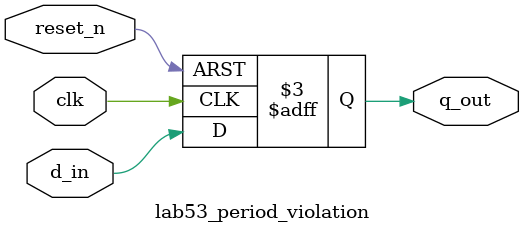
<source format=v>
`timescale 1ns / 1ps


module lab53_period_violation(
                                input d_in, clk, reset_n,
                                output reg q_out

    );
always @(posedge clk or negedge reset_n)
    begin
        if(!reset_n)
            q_out <= 1'b0;
        else
            q_out <= d_in;
    end
endmodule

</source>
